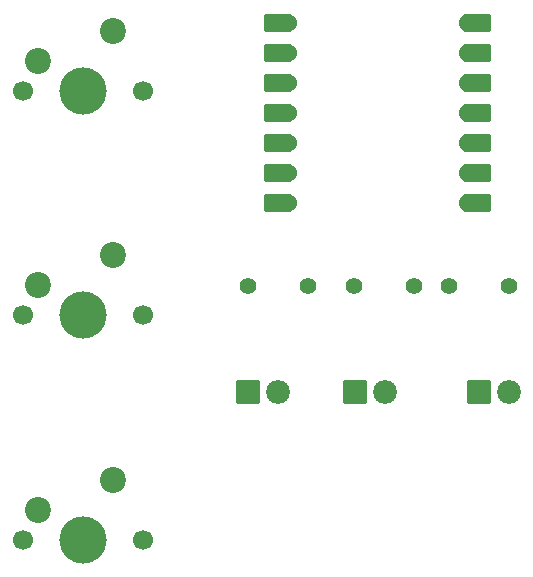
<source format=gbr>
%TF.GenerationSoftware,KiCad,Pcbnew,9.0.3*%
%TF.CreationDate,2025-07-19T14:34:55-07:00*%
%TF.ProjectId,aurorapcbworkshop,6175726f-7261-4706-9362-776f726b7368,rev?*%
%TF.SameCoordinates,Original*%
%TF.FileFunction,Soldermask,Top*%
%TF.FilePolarity,Negative*%
%FSLAX46Y46*%
G04 Gerber Fmt 4.6, Leading zero omitted, Abs format (unit mm)*
G04 Created by KiCad (PCBNEW 9.0.3) date 2025-07-19 14:34:55*
%MOMM*%
%LPD*%
G01*
G04 APERTURE LIST*
G04 Aperture macros list*
%AMRoundRect*
0 Rectangle with rounded corners*
0 $1 Rounding radius*
0 $2 $3 $4 $5 $6 $7 $8 $9 X,Y pos of 4 corners*
0 Add a 4 corners polygon primitive as box body*
4,1,4,$2,$3,$4,$5,$6,$7,$8,$9,$2,$3,0*
0 Add four circle primitives for the rounded corners*
1,1,$1+$1,$2,$3*
1,1,$1+$1,$4,$5*
1,1,$1+$1,$6,$7*
1,1,$1+$1,$8,$9*
0 Add four rect primitives between the rounded corners*
20,1,$1+$1,$2,$3,$4,$5,0*
20,1,$1+$1,$4,$5,$6,$7,0*
20,1,$1+$1,$6,$7,$8,$9,0*
20,1,$1+$1,$8,$9,$2,$3,0*%
G04 Aperture macros list end*
%ADD10RoundRect,0.152400X1.063600X0.609600X-1.063600X0.609600X-1.063600X-0.609600X1.063600X-0.609600X0*%
%ADD11C,1.524000*%
%ADD12RoundRect,0.152400X-1.063600X-0.609600X1.063600X-0.609600X1.063600X0.609600X-1.063600X0.609600X0*%
%ADD13C,1.700000*%
%ADD14C,4.000000*%
%ADD15C,2.200000*%
%ADD16C,1.400000*%
%ADD17RoundRect,0.102000X-0.907500X-0.907500X0.907500X-0.907500X0.907500X0.907500X-0.907500X0.907500X0*%
%ADD18C,2.019000*%
G04 APERTURE END LIST*
D10*
%TO.C,U2*%
X177425000Y-110260000D03*
D11*
X178260000Y-110260000D03*
D10*
X177425000Y-112800000D03*
D11*
X178260000Y-112800000D03*
D10*
X177425000Y-115340000D03*
D11*
X178260000Y-115340000D03*
D10*
X177425000Y-117880000D03*
D11*
X178260000Y-117880000D03*
D10*
X177425000Y-120420000D03*
D11*
X178260000Y-120420000D03*
D10*
X177425000Y-122960000D03*
D11*
X178260000Y-122960000D03*
D10*
X177425000Y-125500000D03*
D11*
X178260000Y-125500000D03*
X193500000Y-125500000D03*
D12*
X194335000Y-125500000D03*
D11*
X193500000Y-122960000D03*
D12*
X194335000Y-122960000D03*
D11*
X193500000Y-120420000D03*
D12*
X194335000Y-120420000D03*
D11*
X193500000Y-117880000D03*
D12*
X194335000Y-117880000D03*
D11*
X193500000Y-115340000D03*
D12*
X194335000Y-115340000D03*
D11*
X193500000Y-112800000D03*
D12*
X194335000Y-112800000D03*
D11*
X193500000Y-110260000D03*
D12*
X194335000Y-110260000D03*
%TD*%
D13*
%TO.C,SW3*%
X155840000Y-154000000D03*
D14*
X160920000Y-154000000D03*
D13*
X166000000Y-154000000D03*
D15*
X163460000Y-148920000D03*
X157110000Y-151460000D03*
%TD*%
D13*
%TO.C,SW2*%
X155840000Y-135000000D03*
D14*
X160920000Y-135000000D03*
D13*
X166000000Y-135000000D03*
D15*
X163460000Y-129920000D03*
X157110000Y-132460000D03*
%TD*%
D16*
%TO.C,R3*%
X191920000Y-132500000D03*
X197000000Y-132500000D03*
%TD*%
%TO.C,R2*%
X174920000Y-132500000D03*
X180000000Y-132500000D03*
%TD*%
%TO.C,R1*%
X183920000Y-132500000D03*
X189000000Y-132500000D03*
%TD*%
D17*
%TO.C,D3*%
X174920000Y-141500000D03*
D18*
X177460000Y-141500000D03*
%TD*%
D17*
%TO.C,D2*%
X183960000Y-141500000D03*
D18*
X186500000Y-141500000D03*
%TD*%
D17*
%TO.C,D1*%
X194460000Y-141500000D03*
D18*
X197000000Y-141500000D03*
%TD*%
D13*
%TO.C,SW1*%
X155840000Y-116000000D03*
D14*
X160920000Y-116000000D03*
D13*
X166000000Y-116000000D03*
D15*
X163460000Y-110920000D03*
X157110000Y-113460000D03*
%TD*%
M02*

</source>
